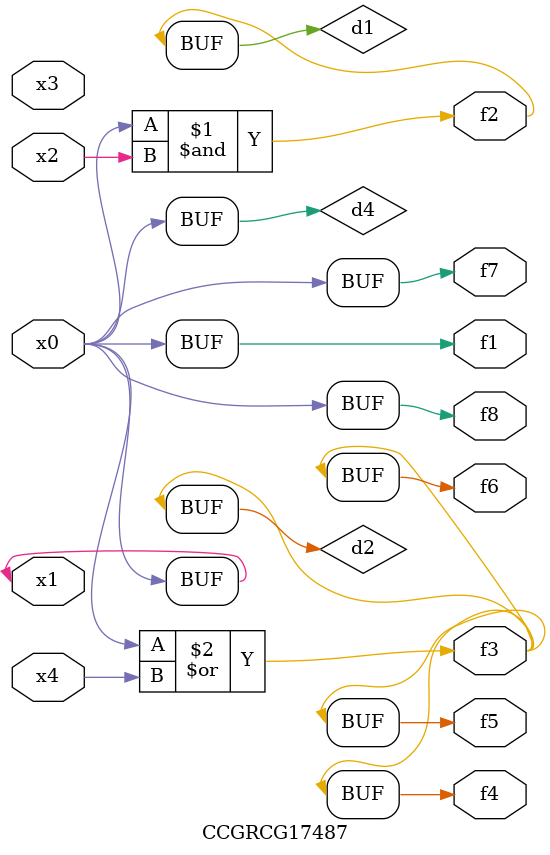
<source format=v>
module CCGRCG17487(
	input x0, x1, x2, x3, x4,
	output f1, f2, f3, f4, f5, f6, f7, f8
);

	wire d1, d2, d3, d4;

	and (d1, x0, x2);
	or (d2, x0, x4);
	nand (d3, x0, x2);
	buf (d4, x0, x1);
	assign f1 = d4;
	assign f2 = d1;
	assign f3 = d2;
	assign f4 = d2;
	assign f5 = d2;
	assign f6 = d2;
	assign f7 = d4;
	assign f8 = d4;
endmodule

</source>
